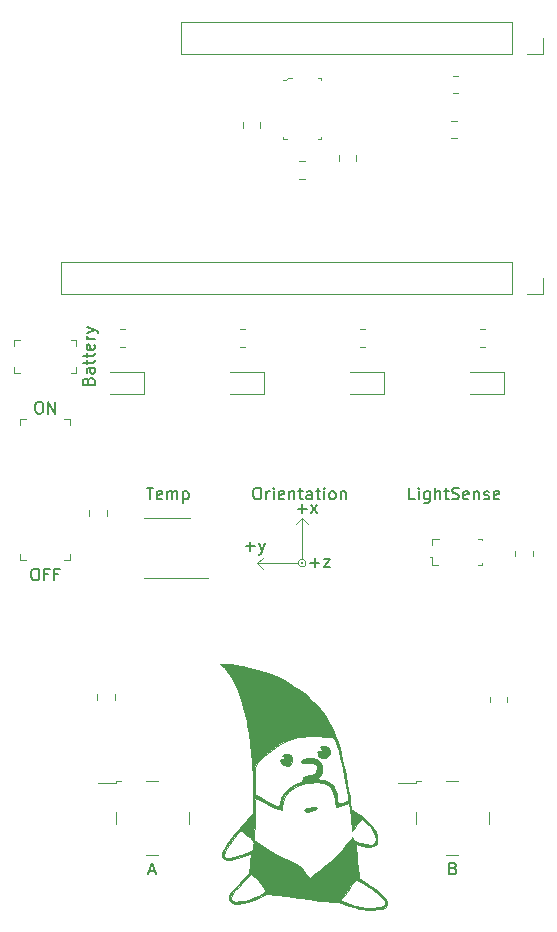
<source format=gto>
%TF.GenerationSoftware,KiCad,Pcbnew,(5.1.10-1-10_14)*%
%TF.CreationDate,2022-01-15T12:32:23+01:00*%
%TF.ProjectId,burrboard,62757272-626f-4617-9264-2e6b69636164,v2.0*%
%TF.SameCoordinates,Original*%
%TF.FileFunction,Legend,Top*%
%TF.FilePolarity,Positive*%
%FSLAX46Y46*%
G04 Gerber Fmt 4.6, Leading zero omitted, Abs format (unit mm)*
G04 Created by KiCad (PCBNEW (5.1.10-1-10_14)) date 2022-01-15 12:32:23*
%MOMM*%
%LPD*%
G01*
G04 APERTURE LIST*
%ADD10C,0.150000*%
%ADD11C,0.120000*%
%ADD12C,0.010000*%
%ADD13C,0.100000*%
G04 APERTURE END LIST*
D10*
X153087485Y-123159828D02*
X153849390Y-123159828D01*
X153468438Y-123540780D02*
X153468438Y-122778876D01*
X154230342Y-122874114D02*
X154754152Y-122874114D01*
X154230342Y-123540780D01*
X154754152Y-123540780D01*
X152020685Y-118587828D02*
X152782590Y-118587828D01*
X152401638Y-118968780D02*
X152401638Y-118206876D01*
X153163542Y-118968780D02*
X153687352Y-118302114D01*
X153163542Y-118302114D02*
X153687352Y-118968780D01*
X147624895Y-121788228D02*
X148386800Y-121788228D01*
X148005847Y-122169180D02*
X148005847Y-121407276D01*
X148767752Y-121502514D02*
X149005847Y-122169180D01*
X149243942Y-121502514D02*
X149005847Y-122169180D01*
X148910609Y-122407276D01*
X148862990Y-122454895D01*
X148767752Y-122502514D01*
D11*
X148590000Y-123190000D02*
X149047200Y-123698000D01*
X148590000Y-123190000D02*
X149047200Y-122732800D01*
X152400000Y-119380000D02*
X151892000Y-119888000D01*
X152400000Y-119380000D02*
X152908000Y-119888000D01*
X152471842Y-123190000D02*
G75*
G03*
X152471842Y-123190000I-71842J0D01*
G01*
X152725279Y-123190000D02*
G75*
G03*
X152725279Y-123190000I-325279J0D01*
G01*
X152019000Y-123190000D02*
X148590000Y-123190000D01*
X152400000Y-119380000D02*
X152400000Y-122809000D01*
D10*
X148506323Y-116800380D02*
X148696800Y-116800380D01*
X148792038Y-116848000D01*
X148887276Y-116943238D01*
X148934895Y-117133714D01*
X148934895Y-117467047D01*
X148887276Y-117657523D01*
X148792038Y-117752761D01*
X148696800Y-117800380D01*
X148506323Y-117800380D01*
X148411085Y-117752761D01*
X148315847Y-117657523D01*
X148268228Y-117467047D01*
X148268228Y-117133714D01*
X148315847Y-116943238D01*
X148411085Y-116848000D01*
X148506323Y-116800380D01*
X149363466Y-117800380D02*
X149363466Y-117133714D01*
X149363466Y-117324190D02*
X149411085Y-117228952D01*
X149458704Y-117181333D01*
X149553942Y-117133714D01*
X149649180Y-117133714D01*
X149982514Y-117800380D02*
X149982514Y-117133714D01*
X149982514Y-116800380D02*
X149934895Y-116848000D01*
X149982514Y-116895619D01*
X150030133Y-116848000D01*
X149982514Y-116800380D01*
X149982514Y-116895619D01*
X150839657Y-117752761D02*
X150744419Y-117800380D01*
X150553942Y-117800380D01*
X150458704Y-117752761D01*
X150411085Y-117657523D01*
X150411085Y-117276571D01*
X150458704Y-117181333D01*
X150553942Y-117133714D01*
X150744419Y-117133714D01*
X150839657Y-117181333D01*
X150887276Y-117276571D01*
X150887276Y-117371809D01*
X150411085Y-117467047D01*
X151315847Y-117133714D02*
X151315847Y-117800380D01*
X151315847Y-117228952D02*
X151363466Y-117181333D01*
X151458704Y-117133714D01*
X151601561Y-117133714D01*
X151696800Y-117181333D01*
X151744419Y-117276571D01*
X151744419Y-117800380D01*
X152077752Y-117133714D02*
X152458704Y-117133714D01*
X152220609Y-116800380D02*
X152220609Y-117657523D01*
X152268228Y-117752761D01*
X152363466Y-117800380D01*
X152458704Y-117800380D01*
X153220609Y-117800380D02*
X153220609Y-117276571D01*
X153172990Y-117181333D01*
X153077752Y-117133714D01*
X152887276Y-117133714D01*
X152792038Y-117181333D01*
X153220609Y-117752761D02*
X153125371Y-117800380D01*
X152887276Y-117800380D01*
X152792038Y-117752761D01*
X152744419Y-117657523D01*
X152744419Y-117562285D01*
X152792038Y-117467047D01*
X152887276Y-117419428D01*
X153125371Y-117419428D01*
X153220609Y-117371809D01*
X153553942Y-117133714D02*
X153934895Y-117133714D01*
X153696800Y-116800380D02*
X153696800Y-117657523D01*
X153744419Y-117752761D01*
X153839657Y-117800380D01*
X153934895Y-117800380D01*
X154268228Y-117800380D02*
X154268228Y-117133714D01*
X154268228Y-116800380D02*
X154220609Y-116848000D01*
X154268228Y-116895619D01*
X154315847Y-116848000D01*
X154268228Y-116800380D01*
X154268228Y-116895619D01*
X154887276Y-117800380D02*
X154792038Y-117752761D01*
X154744419Y-117705142D01*
X154696800Y-117609904D01*
X154696800Y-117324190D01*
X154744419Y-117228952D01*
X154792038Y-117181333D01*
X154887276Y-117133714D01*
X155030133Y-117133714D01*
X155125371Y-117181333D01*
X155172990Y-117228952D01*
X155220609Y-117324190D01*
X155220609Y-117609904D01*
X155172990Y-117705142D01*
X155125371Y-117752761D01*
X155030133Y-117800380D01*
X154887276Y-117800380D01*
X155649180Y-117133714D02*
X155649180Y-117800380D01*
X155649180Y-117228952D02*
X155696800Y-117181333D01*
X155792038Y-117133714D01*
X155934895Y-117133714D01*
X156030133Y-117181333D01*
X156077752Y-117276571D01*
X156077752Y-117800380D01*
X129705219Y-123658380D02*
X129895695Y-123658380D01*
X129990933Y-123706000D01*
X130086171Y-123801238D01*
X130133790Y-123991714D01*
X130133790Y-124325047D01*
X130086171Y-124515523D01*
X129990933Y-124610761D01*
X129895695Y-124658380D01*
X129705219Y-124658380D01*
X129609980Y-124610761D01*
X129514742Y-124515523D01*
X129467123Y-124325047D01*
X129467123Y-123991714D01*
X129514742Y-123801238D01*
X129609980Y-123706000D01*
X129705219Y-123658380D01*
X130895695Y-124134571D02*
X130562361Y-124134571D01*
X130562361Y-124658380D02*
X130562361Y-123658380D01*
X131038552Y-123658380D01*
X131752838Y-124134571D02*
X131419504Y-124134571D01*
X131419504Y-124658380D02*
X131419504Y-123658380D01*
X131895695Y-123658380D01*
X130038552Y-109535980D02*
X130229028Y-109535980D01*
X130324266Y-109583600D01*
X130419504Y-109678838D01*
X130467123Y-109869314D01*
X130467123Y-110202647D01*
X130419504Y-110393123D01*
X130324266Y-110488361D01*
X130229028Y-110535980D01*
X130038552Y-110535980D01*
X129943314Y-110488361D01*
X129848076Y-110393123D01*
X129800457Y-110202647D01*
X129800457Y-109869314D01*
X129848076Y-109678838D01*
X129943314Y-109583600D01*
X130038552Y-109535980D01*
X130895695Y-110535980D02*
X130895695Y-109535980D01*
X131467123Y-110535980D01*
X131467123Y-109535980D01*
X134294571Y-107786228D02*
X134342190Y-107643371D01*
X134389809Y-107595752D01*
X134485047Y-107548133D01*
X134627904Y-107548133D01*
X134723142Y-107595752D01*
X134770761Y-107643371D01*
X134818380Y-107738609D01*
X134818380Y-108119561D01*
X133818380Y-108119561D01*
X133818380Y-107786228D01*
X133866000Y-107690990D01*
X133913619Y-107643371D01*
X134008857Y-107595752D01*
X134104095Y-107595752D01*
X134199333Y-107643371D01*
X134246952Y-107690990D01*
X134294571Y-107786228D01*
X134294571Y-108119561D01*
X134818380Y-106690990D02*
X134294571Y-106690990D01*
X134199333Y-106738609D01*
X134151714Y-106833847D01*
X134151714Y-107024323D01*
X134199333Y-107119561D01*
X134770761Y-106690990D02*
X134818380Y-106786228D01*
X134818380Y-107024323D01*
X134770761Y-107119561D01*
X134675523Y-107167180D01*
X134580285Y-107167180D01*
X134485047Y-107119561D01*
X134437428Y-107024323D01*
X134437428Y-106786228D01*
X134389809Y-106690990D01*
X134151714Y-106357657D02*
X134151714Y-105976704D01*
X133818380Y-106214800D02*
X134675523Y-106214800D01*
X134770761Y-106167180D01*
X134818380Y-106071942D01*
X134818380Y-105976704D01*
X134151714Y-105786228D02*
X134151714Y-105405276D01*
X133818380Y-105643371D02*
X134675523Y-105643371D01*
X134770761Y-105595752D01*
X134818380Y-105500514D01*
X134818380Y-105405276D01*
X134770761Y-104690990D02*
X134818380Y-104786228D01*
X134818380Y-104976704D01*
X134770761Y-105071942D01*
X134675523Y-105119561D01*
X134294571Y-105119561D01*
X134199333Y-105071942D01*
X134151714Y-104976704D01*
X134151714Y-104786228D01*
X134199333Y-104690990D01*
X134294571Y-104643371D01*
X134389809Y-104643371D01*
X134485047Y-105119561D01*
X134818380Y-104214800D02*
X134151714Y-104214800D01*
X134342190Y-104214800D02*
X134246952Y-104167180D01*
X134199333Y-104119561D01*
X134151714Y-104024323D01*
X134151714Y-103929085D01*
X134151714Y-103690990D02*
X134818380Y-103452895D01*
X134151714Y-103214800D02*
X134818380Y-103452895D01*
X135056476Y-103548133D01*
X135104095Y-103595752D01*
X135151714Y-103690990D01*
X165191748Y-149026571D02*
X165334605Y-149074190D01*
X165382224Y-149121809D01*
X165429843Y-149217047D01*
X165429843Y-149359904D01*
X165382224Y-149455142D01*
X165334605Y-149502761D01*
X165239367Y-149550380D01*
X164858415Y-149550380D01*
X164858415Y-148550380D01*
X165191748Y-148550380D01*
X165286986Y-148598000D01*
X165334605Y-148645619D01*
X165382224Y-148740857D01*
X165382224Y-148836095D01*
X165334605Y-148931333D01*
X165286986Y-148978952D01*
X165191748Y-149026571D01*
X164858415Y-149026571D01*
X139446664Y-149264666D02*
X139922855Y-149264666D01*
X139351426Y-149550380D02*
X139684760Y-148550380D01*
X140018093Y-149550380D01*
X161942876Y-117800380D02*
X161466685Y-117800380D01*
X161466685Y-116800380D01*
X162276209Y-117800380D02*
X162276209Y-117133714D01*
X162276209Y-116800380D02*
X162228590Y-116848000D01*
X162276209Y-116895619D01*
X162323828Y-116848000D01*
X162276209Y-116800380D01*
X162276209Y-116895619D01*
X163180971Y-117133714D02*
X163180971Y-117943238D01*
X163133352Y-118038476D01*
X163085733Y-118086095D01*
X162990495Y-118133714D01*
X162847638Y-118133714D01*
X162752400Y-118086095D01*
X163180971Y-117752761D02*
X163085733Y-117800380D01*
X162895257Y-117800380D01*
X162800019Y-117752761D01*
X162752400Y-117705142D01*
X162704780Y-117609904D01*
X162704780Y-117324190D01*
X162752400Y-117228952D01*
X162800019Y-117181333D01*
X162895257Y-117133714D01*
X163085733Y-117133714D01*
X163180971Y-117181333D01*
X163657161Y-117800380D02*
X163657161Y-116800380D01*
X164085733Y-117800380D02*
X164085733Y-117276571D01*
X164038114Y-117181333D01*
X163942876Y-117133714D01*
X163800019Y-117133714D01*
X163704780Y-117181333D01*
X163657161Y-117228952D01*
X164419066Y-117133714D02*
X164800019Y-117133714D01*
X164561923Y-116800380D02*
X164561923Y-117657523D01*
X164609542Y-117752761D01*
X164704780Y-117800380D01*
X164800019Y-117800380D01*
X165085733Y-117752761D02*
X165228590Y-117800380D01*
X165466685Y-117800380D01*
X165561923Y-117752761D01*
X165609542Y-117705142D01*
X165657161Y-117609904D01*
X165657161Y-117514666D01*
X165609542Y-117419428D01*
X165561923Y-117371809D01*
X165466685Y-117324190D01*
X165276209Y-117276571D01*
X165180971Y-117228952D01*
X165133352Y-117181333D01*
X165085733Y-117086095D01*
X165085733Y-116990857D01*
X165133352Y-116895619D01*
X165180971Y-116848000D01*
X165276209Y-116800380D01*
X165514304Y-116800380D01*
X165657161Y-116848000D01*
X166466685Y-117752761D02*
X166371447Y-117800380D01*
X166180971Y-117800380D01*
X166085733Y-117752761D01*
X166038114Y-117657523D01*
X166038114Y-117276571D01*
X166085733Y-117181333D01*
X166180971Y-117133714D01*
X166371447Y-117133714D01*
X166466685Y-117181333D01*
X166514304Y-117276571D01*
X166514304Y-117371809D01*
X166038114Y-117467047D01*
X166942876Y-117133714D02*
X166942876Y-117800380D01*
X166942876Y-117228952D02*
X166990495Y-117181333D01*
X167085733Y-117133714D01*
X167228590Y-117133714D01*
X167323828Y-117181333D01*
X167371447Y-117276571D01*
X167371447Y-117800380D01*
X167800019Y-117752761D02*
X167895257Y-117800380D01*
X168085733Y-117800380D01*
X168180971Y-117752761D01*
X168228590Y-117657523D01*
X168228590Y-117609904D01*
X168180971Y-117514666D01*
X168085733Y-117467047D01*
X167942876Y-117467047D01*
X167847638Y-117419428D01*
X167800019Y-117324190D01*
X167800019Y-117276571D01*
X167847638Y-117181333D01*
X167942876Y-117133714D01*
X168085733Y-117133714D01*
X168180971Y-117181333D01*
X169038114Y-117752761D02*
X168942876Y-117800380D01*
X168752400Y-117800380D01*
X168657161Y-117752761D01*
X168609542Y-117657523D01*
X168609542Y-117276571D01*
X168657161Y-117181333D01*
X168752400Y-117133714D01*
X168942876Y-117133714D01*
X169038114Y-117181333D01*
X169085733Y-117276571D01*
X169085733Y-117371809D01*
X168609542Y-117467047D01*
X139223026Y-116800380D02*
X139794455Y-116800380D01*
X139508740Y-117800380D02*
X139508740Y-116800380D01*
X140508740Y-117752761D02*
X140413502Y-117800380D01*
X140223026Y-117800380D01*
X140127788Y-117752761D01*
X140080169Y-117657523D01*
X140080169Y-117276571D01*
X140127788Y-117181333D01*
X140223026Y-117133714D01*
X140413502Y-117133714D01*
X140508740Y-117181333D01*
X140556360Y-117276571D01*
X140556360Y-117371809D01*
X140080169Y-117467047D01*
X140984931Y-117800380D02*
X140984931Y-117133714D01*
X140984931Y-117228952D02*
X141032550Y-117181333D01*
X141127788Y-117133714D01*
X141270645Y-117133714D01*
X141365883Y-117181333D01*
X141413502Y-117276571D01*
X141413502Y-117800380D01*
X141413502Y-117276571D02*
X141461121Y-117181333D01*
X141556360Y-117133714D01*
X141699217Y-117133714D01*
X141794455Y-117181333D01*
X141842074Y-117276571D01*
X141842074Y-117800380D01*
X142318264Y-117133714D02*
X142318264Y-118133714D01*
X142318264Y-117181333D02*
X142413502Y-117133714D01*
X142603979Y-117133714D01*
X142699217Y-117181333D01*
X142746836Y-117228952D01*
X142794455Y-117324190D01*
X142794455Y-117609904D01*
X142746836Y-117705142D01*
X142699217Y-117752761D01*
X142603979Y-117800380D01*
X142413502Y-117800380D01*
X142318264Y-117752761D01*
D12*
%TO.C,G\u002A\u002A\u002A*%
G36*
X145743919Y-131712366D02*
G01*
X146047821Y-131738942D01*
X146410502Y-131778587D01*
X146795742Y-131827241D01*
X147167320Y-131880842D01*
X147489017Y-131935331D01*
X147574000Y-131951981D01*
X148656785Y-132226745D01*
X149727224Y-132598915D01*
X150743507Y-133050577D01*
X151663825Y-133563814D01*
X152216926Y-133941412D01*
X152681803Y-134318638D01*
X153168610Y-134764637D01*
X153636123Y-135237817D01*
X154043117Y-135696589D01*
X154332290Y-136075502D01*
X154616203Y-136543272D01*
X154910320Y-137114383D01*
X155185930Y-137727378D01*
X155414319Y-138320798D01*
X155491578Y-138557000D01*
X155577194Y-138871338D01*
X155684991Y-139319241D01*
X155808110Y-139867447D01*
X155939694Y-140482699D01*
X156072884Y-141131734D01*
X156200820Y-141781294D01*
X156316644Y-142398117D01*
X156413498Y-142948945D01*
X156470026Y-143301823D01*
X156572552Y-143982645D01*
X157038192Y-144317823D01*
X157449621Y-144639361D01*
X157846324Y-144994739D01*
X158195672Y-145350980D01*
X158465038Y-145675109D01*
X158608934Y-145905317D01*
X158744064Y-146297856D01*
X158773114Y-146656561D01*
X158696701Y-146943982D01*
X158589666Y-147075738D01*
X158407170Y-147183760D01*
X158183320Y-147225755D01*
X157879262Y-147203180D01*
X157458833Y-147118126D01*
X156972000Y-147003564D01*
X156978917Y-147309949D01*
X156988991Y-147510370D01*
X157011490Y-147835976D01*
X157043186Y-148243342D01*
X157080850Y-148689043D01*
X157084750Y-148733249D01*
X157183666Y-149850164D01*
X158084746Y-150444840D01*
X158703769Y-150883353D01*
X159161598Y-151275321D01*
X159458007Y-151620410D01*
X159592771Y-151918283D01*
X159565666Y-152168605D01*
X159376467Y-152371038D01*
X159374265Y-152372486D01*
X159144375Y-152459282D01*
X158792859Y-152516907D01*
X158365159Y-152543791D01*
X157906717Y-152538367D01*
X157462976Y-152499063D01*
X157175895Y-152448407D01*
X156807433Y-152349503D01*
X156391330Y-152215491D01*
X156110918Y-152111717D01*
X155766994Y-151996404D01*
X155422520Y-151916564D01*
X155187357Y-151891264D01*
X154881425Y-151877127D01*
X154415940Y-151836169D01*
X153798403Y-151769258D01*
X153389961Y-151719951D01*
X155596958Y-151719951D01*
X155992812Y-151889634D01*
X156410850Y-152048117D01*
X156894681Y-152200981D01*
X157350565Y-152319444D01*
X157480000Y-152346290D01*
X157735645Y-152372913D01*
X158070639Y-152378880D01*
X158438073Y-152367023D01*
X158791042Y-152340170D01*
X159082640Y-152301152D01*
X159265958Y-152252800D01*
X159292801Y-152236918D01*
X159408488Y-152052413D01*
X159369391Y-151817900D01*
X159174437Y-151532047D01*
X158822550Y-151193522D01*
X158312658Y-150800993D01*
X157915427Y-150529077D01*
X157525234Y-150277467D01*
X157249493Y-150116104D01*
X157066599Y-150034427D01*
X156954946Y-150021877D01*
X156916055Y-150040630D01*
X156816327Y-150153878D01*
X156655996Y-150367694D01*
X156466118Y-150640265D01*
X156424297Y-150702710D01*
X156212503Y-151006856D01*
X156003022Y-151283881D01*
X155837422Y-151479103D01*
X155822313Y-151494596D01*
X155596958Y-151719951D01*
X153389961Y-151719951D01*
X153036315Y-151677259D01*
X152137179Y-151561037D01*
X151108495Y-151421458D01*
X151070198Y-151416155D01*
X149444063Y-151190836D01*
X148823975Y-151497227D01*
X148338527Y-151707097D01*
X147832513Y-151874438D01*
X147350125Y-151988368D01*
X146935551Y-152038001D01*
X146683788Y-152024359D01*
X146394198Y-151908295D01*
X146221012Y-151708831D01*
X146201468Y-151566681D01*
X146349523Y-151566681D01*
X146405656Y-151753661D01*
X146544042Y-151838541D01*
X146771520Y-151859677D01*
X147104233Y-151837607D01*
X147485845Y-151779806D01*
X147860020Y-151693746D01*
X148029564Y-151641476D01*
X148392854Y-151503517D01*
X148734576Y-151351202D01*
X149014041Y-151204772D01*
X149190559Y-151084467D01*
X149223672Y-151047481D01*
X149227965Y-150890151D01*
X149119420Y-150650188D01*
X148914496Y-150354305D01*
X148629653Y-150029212D01*
X148541246Y-149939962D01*
X148072831Y-149479000D01*
X147314462Y-150283334D01*
X147016591Y-150606391D01*
X146752776Y-150905665D01*
X146550123Y-151149510D01*
X146435739Y-151306281D01*
X146430645Y-151315137D01*
X146349523Y-151566681D01*
X146201468Y-151566681D01*
X146186455Y-151457490D01*
X146213420Y-151357218D01*
X146300462Y-151216074D01*
X146480658Y-150982662D01*
X146729691Y-150686674D01*
X147023246Y-150357802D01*
X147099203Y-150275580D01*
X147901732Y-149412914D01*
X147952551Y-148853291D01*
X147984939Y-148523331D01*
X148017955Y-148229167D01*
X148040568Y-148060834D01*
X148051141Y-147893029D01*
X148025140Y-147828000D01*
X147926872Y-147852303D01*
X147705025Y-147917711D01*
X147397054Y-148012973D01*
X147179577Y-148082000D01*
X146661383Y-148234988D01*
X146273584Y-148315932D01*
X145993713Y-148325632D01*
X145799299Y-148264887D01*
X145668702Y-148135762D01*
X145599314Y-147984694D01*
X145597858Y-147871000D01*
X145767875Y-147871000D01*
X145793252Y-148054182D01*
X145948918Y-148146785D01*
X146238478Y-148149537D01*
X146665537Y-148063161D01*
X147233702Y-147888385D01*
X147265562Y-147877448D01*
X147618589Y-147751280D01*
X147911052Y-147638401D01*
X148106009Y-147553558D01*
X148165031Y-147518371D01*
X148214988Y-147395746D01*
X148262399Y-147173930D01*
X148275490Y-147082860D01*
X148292992Y-146902784D01*
X148275528Y-146769668D01*
X148199326Y-146645188D01*
X148175435Y-146621980D01*
X148341463Y-146621980D01*
X148829714Y-147005571D01*
X149575795Y-147514913D01*
X150472660Y-147991650D01*
X151045333Y-148245367D01*
X151771824Y-148607785D01*
X152350616Y-149029183D01*
X152758631Y-149481727D01*
X153023079Y-149856901D01*
X153325372Y-149632375D01*
X153551658Y-149457953D01*
X153839742Y-149227440D01*
X154091880Y-149020091D01*
X154727489Y-148464628D01*
X155317770Y-147901510D01*
X155830031Y-147363385D01*
X156230628Y-146884155D01*
X156444342Y-146606673D01*
X156578319Y-146449166D01*
X156654294Y-146396046D01*
X156694004Y-146431727D01*
X156718097Y-146534574D01*
X156759098Y-146666296D01*
X156850672Y-146757717D01*
X157032458Y-146834085D01*
X157310763Y-146912057D01*
X157770088Y-147017467D01*
X158100359Y-147057112D01*
X158329017Y-147029904D01*
X158483504Y-146934754D01*
X158540244Y-146863299D01*
X158618032Y-146596903D01*
X158565858Y-146260682D01*
X158394205Y-145879411D01*
X158113556Y-145477865D01*
X157820012Y-145161000D01*
X157468788Y-144822334D01*
X157241560Y-145082353D01*
X157039952Y-145324699D01*
X156851956Y-145568213D01*
X156836619Y-145589340D01*
X156658905Y-145836307D01*
X156508981Y-144685187D01*
X156359058Y-143534067D01*
X155853292Y-143691479D01*
X155578660Y-143767542D01*
X155369235Y-143808218D01*
X155279389Y-143806780D01*
X155237739Y-143707413D01*
X155192639Y-143485966D01*
X155153489Y-143189203D01*
X155151673Y-143171398D01*
X155047741Y-142637202D01*
X154851446Y-142230736D01*
X154555452Y-141948019D01*
X154152423Y-141785072D01*
X153635026Y-141737913D01*
X152995925Y-141802563D01*
X152724800Y-141854521D01*
X152196771Y-141993984D01*
X151783563Y-142173645D01*
X151431297Y-142419082D01*
X151313080Y-142524646D01*
X150972833Y-142933560D01*
X150765180Y-143382235D01*
X150706666Y-143767354D01*
X150706666Y-144116121D01*
X150431500Y-144056629D01*
X150066394Y-143934104D01*
X149595540Y-143704908D01*
X149036917Y-143377976D01*
X148929807Y-143310316D01*
X148691829Y-143161511D01*
X148520649Y-143060328D01*
X148454704Y-143029082D01*
X148449254Y-143114278D01*
X148440016Y-143343815D01*
X148427845Y-143692768D01*
X148413597Y-144136207D01*
X148398127Y-144649205D01*
X148392795Y-144833157D01*
X148341463Y-146621980D01*
X148175435Y-146621980D01*
X148040616Y-146491018D01*
X147775626Y-146268836D01*
X147765307Y-146260324D01*
X147504573Y-146057780D01*
X147289042Y-145913395D01*
X147153429Y-145849552D01*
X147130298Y-145850922D01*
X147032220Y-145950023D01*
X146865794Y-146155489D01*
X146656173Y-146432505D01*
X146428508Y-146746259D01*
X146207950Y-147061936D01*
X146019652Y-147344721D01*
X145888766Y-147559800D01*
X145869180Y-147596516D01*
X145767875Y-147871000D01*
X145597858Y-147871000D01*
X145597156Y-147816239D01*
X145672067Y-147600923D01*
X145833884Y-147309277D01*
X146062325Y-146956623D01*
X146548701Y-146285102D01*
X147128349Y-145587041D01*
X147731601Y-144930428D01*
X148274747Y-144361190D01*
X148227733Y-142051762D01*
X148198574Y-140993729D01*
X148171538Y-140419667D01*
X148375439Y-140419667D01*
X148404548Y-141580346D01*
X148433656Y-142741025D01*
X148992855Y-143094191D01*
X149335633Y-143300672D01*
X149692692Y-143499979D01*
X149981194Y-143646271D01*
X150410333Y-143845184D01*
X150502475Y-143487092D01*
X150596632Y-143187652D01*
X150711144Y-142906658D01*
X150733088Y-142862331D01*
X150964039Y-142546506D01*
X151306538Y-142234239D01*
X151707464Y-141968571D01*
X152010589Y-141827263D01*
X152270100Y-141715430D01*
X152401052Y-141610371D01*
X152440093Y-141481720D01*
X152440329Y-141471192D01*
X152506769Y-141303169D01*
X152709822Y-141197967D01*
X153061249Y-141149932D01*
X153112999Y-141147773D01*
X153413756Y-141067631D01*
X153606225Y-140864988D01*
X153670000Y-140578857D01*
X153625752Y-140347295D01*
X153479883Y-140203947D01*
X153212701Y-140138348D01*
X152840056Y-140137830D01*
X152561110Y-140145676D01*
X152409176Y-140121257D01*
X152343447Y-140054914D01*
X152332793Y-140017747D01*
X152379420Y-139875263D01*
X152565804Y-139772821D01*
X152865297Y-139719112D01*
X153239845Y-139721893D01*
X153647480Y-139810775D01*
X153922149Y-140003423D01*
X154067114Y-140303021D01*
X154093333Y-140555593D01*
X154060351Y-140840094D01*
X153975739Y-141107935D01*
X153860995Y-141309287D01*
X153737618Y-141394321D01*
X153731325Y-141394630D01*
X153691884Y-141425570D01*
X153754666Y-141478000D01*
X153928560Y-141537829D01*
X154144312Y-141561370D01*
X154461497Y-141635274D01*
X154784767Y-141829069D01*
X155057744Y-142105259D01*
X155133994Y-142219598D01*
X155231375Y-142459715D01*
X155310009Y-142782991D01*
X155341049Y-143004882D01*
X155373374Y-143279329D01*
X155410546Y-143476152D01*
X155438810Y-143545043D01*
X155555969Y-143544093D01*
X155757859Y-143490943D01*
X155986160Y-143407579D01*
X156182553Y-143315989D01*
X156288717Y-143238159D01*
X156294347Y-143222499D01*
X156278896Y-143111246D01*
X156236589Y-142864200D01*
X156173157Y-142511738D01*
X156094329Y-142084237D01*
X156005836Y-141612073D01*
X155913408Y-141125623D01*
X155822776Y-140655262D01*
X155739668Y-140231367D01*
X155669815Y-139884315D01*
X155621887Y-139657667D01*
X155493461Y-139126567D01*
X155361449Y-138666420D01*
X155234298Y-138301679D01*
X155120453Y-138056799D01*
X155034948Y-137958482D01*
X154902121Y-137933755D01*
X154636399Y-137907313D01*
X154274158Y-137882062D01*
X153851774Y-137860905D01*
X153774379Y-137857839D01*
X153227718Y-137843908D01*
X152801487Y-137851335D01*
X152447802Y-137882931D01*
X152118778Y-137941510D01*
X152038712Y-137959766D01*
X151295142Y-138197432D01*
X150544523Y-138549751D01*
X149830399Y-138989730D01*
X149196313Y-139490379D01*
X148685809Y-140024706D01*
X148664834Y-140051153D01*
X148375439Y-140419667D01*
X148171538Y-140419667D01*
X148154925Y-140066937D01*
X148093135Y-139233639D01*
X148009552Y-138456091D01*
X147900527Y-137696546D01*
X147762407Y-136917259D01*
X147700853Y-136604725D01*
X147488581Y-135699136D01*
X147227856Y-134828717D01*
X146929330Y-134018991D01*
X146603656Y-133295481D01*
X146261489Y-132683707D01*
X145913480Y-132209193D01*
X145826729Y-132114915D01*
X145634933Y-131914620D01*
X145501386Y-131769516D01*
X145457333Y-131714667D01*
X145535016Y-131702921D01*
X145743919Y-131712366D01*
G37*
X145743919Y-131712366D02*
X146047821Y-131738942D01*
X146410502Y-131778587D01*
X146795742Y-131827241D01*
X147167320Y-131880842D01*
X147489017Y-131935331D01*
X147574000Y-131951981D01*
X148656785Y-132226745D01*
X149727224Y-132598915D01*
X150743507Y-133050577D01*
X151663825Y-133563814D01*
X152216926Y-133941412D01*
X152681803Y-134318638D01*
X153168610Y-134764637D01*
X153636123Y-135237817D01*
X154043117Y-135696589D01*
X154332290Y-136075502D01*
X154616203Y-136543272D01*
X154910320Y-137114383D01*
X155185930Y-137727378D01*
X155414319Y-138320798D01*
X155491578Y-138557000D01*
X155577194Y-138871338D01*
X155684991Y-139319241D01*
X155808110Y-139867447D01*
X155939694Y-140482699D01*
X156072884Y-141131734D01*
X156200820Y-141781294D01*
X156316644Y-142398117D01*
X156413498Y-142948945D01*
X156470026Y-143301823D01*
X156572552Y-143982645D01*
X157038192Y-144317823D01*
X157449621Y-144639361D01*
X157846324Y-144994739D01*
X158195672Y-145350980D01*
X158465038Y-145675109D01*
X158608934Y-145905317D01*
X158744064Y-146297856D01*
X158773114Y-146656561D01*
X158696701Y-146943982D01*
X158589666Y-147075738D01*
X158407170Y-147183760D01*
X158183320Y-147225755D01*
X157879262Y-147203180D01*
X157458833Y-147118126D01*
X156972000Y-147003564D01*
X156978917Y-147309949D01*
X156988991Y-147510370D01*
X157011490Y-147835976D01*
X157043186Y-148243342D01*
X157080850Y-148689043D01*
X157084750Y-148733249D01*
X157183666Y-149850164D01*
X158084746Y-150444840D01*
X158703769Y-150883353D01*
X159161598Y-151275321D01*
X159458007Y-151620410D01*
X159592771Y-151918283D01*
X159565666Y-152168605D01*
X159376467Y-152371038D01*
X159374265Y-152372486D01*
X159144375Y-152459282D01*
X158792859Y-152516907D01*
X158365159Y-152543791D01*
X157906717Y-152538367D01*
X157462976Y-152499063D01*
X157175895Y-152448407D01*
X156807433Y-152349503D01*
X156391330Y-152215491D01*
X156110918Y-152111717D01*
X155766994Y-151996404D01*
X155422520Y-151916564D01*
X155187357Y-151891264D01*
X154881425Y-151877127D01*
X154415940Y-151836169D01*
X153798403Y-151769258D01*
X153389961Y-151719951D01*
X155596958Y-151719951D01*
X155992812Y-151889634D01*
X156410850Y-152048117D01*
X156894681Y-152200981D01*
X157350565Y-152319444D01*
X157480000Y-152346290D01*
X157735645Y-152372913D01*
X158070639Y-152378880D01*
X158438073Y-152367023D01*
X158791042Y-152340170D01*
X159082640Y-152301152D01*
X159265958Y-152252800D01*
X159292801Y-152236918D01*
X159408488Y-152052413D01*
X159369391Y-151817900D01*
X159174437Y-151532047D01*
X158822550Y-151193522D01*
X158312658Y-150800993D01*
X157915427Y-150529077D01*
X157525234Y-150277467D01*
X157249493Y-150116104D01*
X157066599Y-150034427D01*
X156954946Y-150021877D01*
X156916055Y-150040630D01*
X156816327Y-150153878D01*
X156655996Y-150367694D01*
X156466118Y-150640265D01*
X156424297Y-150702710D01*
X156212503Y-151006856D01*
X156003022Y-151283881D01*
X155837422Y-151479103D01*
X155822313Y-151494596D01*
X155596958Y-151719951D01*
X153389961Y-151719951D01*
X153036315Y-151677259D01*
X152137179Y-151561037D01*
X151108495Y-151421458D01*
X151070198Y-151416155D01*
X149444063Y-151190836D01*
X148823975Y-151497227D01*
X148338527Y-151707097D01*
X147832513Y-151874438D01*
X147350125Y-151988368D01*
X146935551Y-152038001D01*
X146683788Y-152024359D01*
X146394198Y-151908295D01*
X146221012Y-151708831D01*
X146201468Y-151566681D01*
X146349523Y-151566681D01*
X146405656Y-151753661D01*
X146544042Y-151838541D01*
X146771520Y-151859677D01*
X147104233Y-151837607D01*
X147485845Y-151779806D01*
X147860020Y-151693746D01*
X148029564Y-151641476D01*
X148392854Y-151503517D01*
X148734576Y-151351202D01*
X149014041Y-151204772D01*
X149190559Y-151084467D01*
X149223672Y-151047481D01*
X149227965Y-150890151D01*
X149119420Y-150650188D01*
X148914496Y-150354305D01*
X148629653Y-150029212D01*
X148541246Y-149939962D01*
X148072831Y-149479000D01*
X147314462Y-150283334D01*
X147016591Y-150606391D01*
X146752776Y-150905665D01*
X146550123Y-151149510D01*
X146435739Y-151306281D01*
X146430645Y-151315137D01*
X146349523Y-151566681D01*
X146201468Y-151566681D01*
X146186455Y-151457490D01*
X146213420Y-151357218D01*
X146300462Y-151216074D01*
X146480658Y-150982662D01*
X146729691Y-150686674D01*
X147023246Y-150357802D01*
X147099203Y-150275580D01*
X147901732Y-149412914D01*
X147952551Y-148853291D01*
X147984939Y-148523331D01*
X148017955Y-148229167D01*
X148040568Y-148060834D01*
X148051141Y-147893029D01*
X148025140Y-147828000D01*
X147926872Y-147852303D01*
X147705025Y-147917711D01*
X147397054Y-148012973D01*
X147179577Y-148082000D01*
X146661383Y-148234988D01*
X146273584Y-148315932D01*
X145993713Y-148325632D01*
X145799299Y-148264887D01*
X145668702Y-148135762D01*
X145599314Y-147984694D01*
X145597858Y-147871000D01*
X145767875Y-147871000D01*
X145793252Y-148054182D01*
X145948918Y-148146785D01*
X146238478Y-148149537D01*
X146665537Y-148063161D01*
X147233702Y-147888385D01*
X147265562Y-147877448D01*
X147618589Y-147751280D01*
X147911052Y-147638401D01*
X148106009Y-147553558D01*
X148165031Y-147518371D01*
X148214988Y-147395746D01*
X148262399Y-147173930D01*
X148275490Y-147082860D01*
X148292992Y-146902784D01*
X148275528Y-146769668D01*
X148199326Y-146645188D01*
X148175435Y-146621980D01*
X148341463Y-146621980D01*
X148829714Y-147005571D01*
X149575795Y-147514913D01*
X150472660Y-147991650D01*
X151045333Y-148245367D01*
X151771824Y-148607785D01*
X152350616Y-149029183D01*
X152758631Y-149481727D01*
X153023079Y-149856901D01*
X153325372Y-149632375D01*
X153551658Y-149457953D01*
X153839742Y-149227440D01*
X154091880Y-149020091D01*
X154727489Y-148464628D01*
X155317770Y-147901510D01*
X155830031Y-147363385D01*
X156230628Y-146884155D01*
X156444342Y-146606673D01*
X156578319Y-146449166D01*
X156654294Y-146396046D01*
X156694004Y-146431727D01*
X156718097Y-146534574D01*
X156759098Y-146666296D01*
X156850672Y-146757717D01*
X157032458Y-146834085D01*
X157310763Y-146912057D01*
X157770088Y-147017467D01*
X158100359Y-147057112D01*
X158329017Y-147029904D01*
X158483504Y-146934754D01*
X158540244Y-146863299D01*
X158618032Y-146596903D01*
X158565858Y-146260682D01*
X158394205Y-145879411D01*
X158113556Y-145477865D01*
X157820012Y-145161000D01*
X157468788Y-144822334D01*
X157241560Y-145082353D01*
X157039952Y-145324699D01*
X156851956Y-145568213D01*
X156836619Y-145589340D01*
X156658905Y-145836307D01*
X156508981Y-144685187D01*
X156359058Y-143534067D01*
X155853292Y-143691479D01*
X155578660Y-143767542D01*
X155369235Y-143808218D01*
X155279389Y-143806780D01*
X155237739Y-143707413D01*
X155192639Y-143485966D01*
X155153489Y-143189203D01*
X155151673Y-143171398D01*
X155047741Y-142637202D01*
X154851446Y-142230736D01*
X154555452Y-141948019D01*
X154152423Y-141785072D01*
X153635026Y-141737913D01*
X152995925Y-141802563D01*
X152724800Y-141854521D01*
X152196771Y-141993984D01*
X151783563Y-142173645D01*
X151431297Y-142419082D01*
X151313080Y-142524646D01*
X150972833Y-142933560D01*
X150765180Y-143382235D01*
X150706666Y-143767354D01*
X150706666Y-144116121D01*
X150431500Y-144056629D01*
X150066394Y-143934104D01*
X149595540Y-143704908D01*
X149036917Y-143377976D01*
X148929807Y-143310316D01*
X148691829Y-143161511D01*
X148520649Y-143060328D01*
X148454704Y-143029082D01*
X148449254Y-143114278D01*
X148440016Y-143343815D01*
X148427845Y-143692768D01*
X148413597Y-144136207D01*
X148398127Y-144649205D01*
X148392795Y-144833157D01*
X148341463Y-146621980D01*
X148175435Y-146621980D01*
X148040616Y-146491018D01*
X147775626Y-146268836D01*
X147765307Y-146260324D01*
X147504573Y-146057780D01*
X147289042Y-145913395D01*
X147153429Y-145849552D01*
X147130298Y-145850922D01*
X147032220Y-145950023D01*
X146865794Y-146155489D01*
X146656173Y-146432505D01*
X146428508Y-146746259D01*
X146207950Y-147061936D01*
X146019652Y-147344721D01*
X145888766Y-147559800D01*
X145869180Y-147596516D01*
X145767875Y-147871000D01*
X145597858Y-147871000D01*
X145597156Y-147816239D01*
X145672067Y-147600923D01*
X145833884Y-147309277D01*
X146062325Y-146956623D01*
X146548701Y-146285102D01*
X147128349Y-145587041D01*
X147731601Y-144930428D01*
X148274747Y-144361190D01*
X148227733Y-142051762D01*
X148198574Y-140993729D01*
X148171538Y-140419667D01*
X148375439Y-140419667D01*
X148404548Y-141580346D01*
X148433656Y-142741025D01*
X148992855Y-143094191D01*
X149335633Y-143300672D01*
X149692692Y-143499979D01*
X149981194Y-143646271D01*
X150410333Y-143845184D01*
X150502475Y-143487092D01*
X150596632Y-143187652D01*
X150711144Y-142906658D01*
X150733088Y-142862331D01*
X150964039Y-142546506D01*
X151306538Y-142234239D01*
X151707464Y-141968571D01*
X152010589Y-141827263D01*
X152270100Y-141715430D01*
X152401052Y-141610371D01*
X152440093Y-141481720D01*
X152440329Y-141471192D01*
X152506769Y-141303169D01*
X152709822Y-141197967D01*
X153061249Y-141149932D01*
X153112999Y-141147773D01*
X153413756Y-141067631D01*
X153606225Y-140864988D01*
X153670000Y-140578857D01*
X153625752Y-140347295D01*
X153479883Y-140203947D01*
X153212701Y-140138348D01*
X152840056Y-140137830D01*
X152561110Y-140145676D01*
X152409176Y-140121257D01*
X152343447Y-140054914D01*
X152332793Y-140017747D01*
X152379420Y-139875263D01*
X152565804Y-139772821D01*
X152865297Y-139719112D01*
X153239845Y-139721893D01*
X153647480Y-139810775D01*
X153922149Y-140003423D01*
X154067114Y-140303021D01*
X154093333Y-140555593D01*
X154060351Y-140840094D01*
X153975739Y-141107935D01*
X153860995Y-141309287D01*
X153737618Y-141394321D01*
X153731325Y-141394630D01*
X153691884Y-141425570D01*
X153754666Y-141478000D01*
X153928560Y-141537829D01*
X154144312Y-141561370D01*
X154461497Y-141635274D01*
X154784767Y-141829069D01*
X155057744Y-142105259D01*
X155133994Y-142219598D01*
X155231375Y-142459715D01*
X155310009Y-142782991D01*
X155341049Y-143004882D01*
X155373374Y-143279329D01*
X155410546Y-143476152D01*
X155438810Y-143545043D01*
X155555969Y-143544093D01*
X155757859Y-143490943D01*
X155986160Y-143407579D01*
X156182553Y-143315989D01*
X156288717Y-143238159D01*
X156294347Y-143222499D01*
X156278896Y-143111246D01*
X156236589Y-142864200D01*
X156173157Y-142511738D01*
X156094329Y-142084237D01*
X156005836Y-141612073D01*
X155913408Y-141125623D01*
X155822776Y-140655262D01*
X155739668Y-140231367D01*
X155669815Y-139884315D01*
X155621887Y-139657667D01*
X155493461Y-139126567D01*
X155361449Y-138666420D01*
X155234298Y-138301679D01*
X155120453Y-138056799D01*
X155034948Y-137958482D01*
X154902121Y-137933755D01*
X154636399Y-137907313D01*
X154274158Y-137882062D01*
X153851774Y-137860905D01*
X153774379Y-137857839D01*
X153227718Y-137843908D01*
X152801487Y-137851335D01*
X152447802Y-137882931D01*
X152118778Y-137941510D01*
X152038712Y-137959766D01*
X151295142Y-138197432D01*
X150544523Y-138549751D01*
X149830399Y-138989730D01*
X149196313Y-139490379D01*
X148685809Y-140024706D01*
X148664834Y-140051153D01*
X148375439Y-140419667D01*
X148171538Y-140419667D01*
X148154925Y-140066937D01*
X148093135Y-139233639D01*
X148009552Y-138456091D01*
X147900527Y-137696546D01*
X147762407Y-136917259D01*
X147700853Y-136604725D01*
X147488581Y-135699136D01*
X147227856Y-134828717D01*
X146929330Y-134018991D01*
X146603656Y-133295481D01*
X146261489Y-132683707D01*
X145913480Y-132209193D01*
X145826729Y-132114915D01*
X145634933Y-131914620D01*
X145501386Y-131769516D01*
X145457333Y-131714667D01*
X145535016Y-131702921D01*
X145743919Y-131712366D01*
G36*
X153596077Y-143841429D02*
G01*
X153669953Y-143941352D01*
X153670000Y-143944487D01*
X153594843Y-144034653D01*
X153406243Y-144123650D01*
X153159498Y-144196213D01*
X152909911Y-144237080D01*
X152712782Y-144230987D01*
X152675166Y-144219069D01*
X152571351Y-144116356D01*
X152599425Y-144001685D01*
X152738183Y-143935456D01*
X152775488Y-143933334D01*
X153019293Y-143902041D01*
X153198086Y-143851042D01*
X153419911Y-143807588D01*
X153596077Y-143841429D01*
G37*
X153596077Y-143841429D02*
X153669953Y-143941352D01*
X153670000Y-143944487D01*
X153594843Y-144034653D01*
X153406243Y-144123650D01*
X153159498Y-144196213D01*
X152909911Y-144237080D01*
X152712782Y-144230987D01*
X152675166Y-144219069D01*
X152571351Y-144116356D01*
X152599425Y-144001685D01*
X152738183Y-143935456D01*
X152775488Y-143933334D01*
X153019293Y-143902041D01*
X153198086Y-143851042D01*
X153419911Y-143807588D01*
X153596077Y-143841429D01*
G36*
X151194476Y-139355258D02*
G01*
X151407757Y-139439129D01*
X151444476Y-139470191D01*
X151561040Y-139689653D01*
X151554072Y-139942078D01*
X151444997Y-140174933D01*
X151255236Y-140335685D01*
X151074544Y-140377334D01*
X150866356Y-140318888D01*
X150706666Y-140208000D01*
X150580051Y-140026865D01*
X150537333Y-139877260D01*
X150578596Y-139759109D01*
X150706666Y-139760135D01*
X150845402Y-139754490D01*
X150876000Y-139667542D01*
X150824800Y-139548816D01*
X150774400Y-139530667D01*
X150717308Y-139502212D01*
X150768050Y-139435417D01*
X150952562Y-139352547D01*
X151194476Y-139355258D01*
G37*
X151194476Y-139355258D02*
X151407757Y-139439129D01*
X151444476Y-139470191D01*
X151561040Y-139689653D01*
X151554072Y-139942078D01*
X151444997Y-140174933D01*
X151255236Y-140335685D01*
X151074544Y-140377334D01*
X150866356Y-140318888D01*
X150706666Y-140208000D01*
X150580051Y-140026865D01*
X150537333Y-139877260D01*
X150578596Y-139759109D01*
X150706666Y-139760135D01*
X150845402Y-139754490D01*
X150876000Y-139667542D01*
X150824800Y-139548816D01*
X150774400Y-139530667D01*
X150717308Y-139502212D01*
X150768050Y-139435417D01*
X150952562Y-139352547D01*
X151194476Y-139355258D01*
G36*
X154557971Y-138794403D02*
G01*
X154683089Y-138959766D01*
X154765262Y-139143942D01*
X154748400Y-139294393D01*
X154683339Y-139424834D01*
X154527700Y-139605236D01*
X154290527Y-139679364D01*
X154252759Y-139683115D01*
X154015691Y-139670899D01*
X153866326Y-139601684D01*
X153863615Y-139598448D01*
X153768744Y-139430986D01*
X153714337Y-139289475D01*
X153688052Y-139148624D01*
X153757653Y-139126618D01*
X153823849Y-139144753D01*
X153994718Y-139146760D01*
X154067156Y-139055127D01*
X154011050Y-138923364D01*
X153968863Y-138887047D01*
X153875426Y-138803279D01*
X153921204Y-138755021D01*
X154033898Y-138723060D01*
X154339620Y-138693544D01*
X154557971Y-138794403D01*
G37*
X154557971Y-138794403D02*
X154683089Y-138959766D01*
X154765262Y-139143942D01*
X154748400Y-139294393D01*
X154683339Y-139424834D01*
X154527700Y-139605236D01*
X154290527Y-139679364D01*
X154252759Y-139683115D01*
X154015691Y-139670899D01*
X153866326Y-139601684D01*
X153863615Y-139598448D01*
X153768744Y-139430986D01*
X153714337Y-139289475D01*
X153688052Y-139148624D01*
X153757653Y-139126618D01*
X153823849Y-139144753D01*
X153994718Y-139146760D01*
X154067156Y-139055127D01*
X154011050Y-138923364D01*
X153968863Y-138887047D01*
X153875426Y-138803279D01*
X153921204Y-138755021D01*
X154033898Y-138723060D01*
X154339620Y-138693544D01*
X154557971Y-138794403D01*
D13*
%TO.C,Q1*%
X163406400Y-122684800D02*
X163206400Y-122684800D01*
X163406400Y-121124800D02*
X163956400Y-121124800D01*
X163406400Y-121124800D02*
X163406400Y-121624800D01*
X167606400Y-121224800D02*
X167606400Y-121124800D01*
X167606400Y-121124800D02*
X167256400Y-121124800D01*
X167256400Y-123324800D02*
X167606400Y-123324800D01*
X167606400Y-123324800D02*
X167606400Y-123224800D01*
X163406400Y-123324800D02*
X163406400Y-122684800D01*
X163406400Y-123324800D02*
X163906400Y-123324800D01*
%TO.C,S1*%
X137100000Y-141680000D02*
X136600000Y-141680000D01*
X136600000Y-141680000D02*
X136600000Y-141780000D01*
X136600000Y-141780000D02*
X136300000Y-141780000D01*
X136300000Y-141780000D02*
X135100000Y-141780000D01*
X139700000Y-141680000D02*
X139200000Y-141680000D01*
X139700000Y-141680000D02*
X140200000Y-141680000D01*
X139700000Y-147880000D02*
X140200000Y-147880000D01*
X139700000Y-147880000D02*
X139200000Y-147880000D01*
X142800000Y-144780000D02*
X142800000Y-145280000D01*
X142800000Y-144780000D02*
X142800000Y-144280000D01*
X136600000Y-144780000D02*
X136600000Y-145280000D01*
X136600000Y-144780000D02*
X136600000Y-144280000D01*
%TO.C,S2*%
X162500000Y-141680000D02*
X162000000Y-141680000D01*
X162000000Y-141680000D02*
X162000000Y-141780000D01*
X162000000Y-141780000D02*
X161700000Y-141780000D01*
X161700000Y-141780000D02*
X160500000Y-141780000D01*
X165100000Y-141680000D02*
X164600000Y-141680000D01*
X165100000Y-141680000D02*
X165600000Y-141680000D01*
X165100000Y-147880000D02*
X165600000Y-147880000D01*
X165100000Y-147880000D02*
X164600000Y-147880000D01*
X168200000Y-144780000D02*
X168200000Y-145280000D01*
X168200000Y-144780000D02*
X168200000Y-144280000D01*
X162000000Y-144780000D02*
X162000000Y-145280000D01*
X162000000Y-144780000D02*
X162000000Y-144280000D01*
D11*
%TO.C,U1*%
X140970000Y-119360000D02*
X139020000Y-119360000D01*
X140970000Y-119360000D02*
X142920000Y-119360000D01*
X140970000Y-124480000D02*
X139020000Y-124480000D01*
X140970000Y-124480000D02*
X144420000Y-124480000D01*
%TO.C,J1*%
X172780000Y-99060000D02*
X172780000Y-100390000D01*
X172780000Y-100390000D02*
X171450000Y-100390000D01*
X170180000Y-100390000D02*
X132020000Y-100390000D01*
X132020000Y-97730000D02*
X132020000Y-100390000D01*
X170180000Y-97730000D02*
X132020000Y-97730000D01*
X170180000Y-97730000D02*
X170180000Y-100390000D01*
%TO.C,J2*%
X172780000Y-78740000D02*
X172780000Y-80070000D01*
X172780000Y-80070000D02*
X171450000Y-80070000D01*
X170180000Y-80070000D02*
X142180000Y-80070000D01*
X142180000Y-77410000D02*
X142180000Y-80070000D01*
X170180000Y-77410000D02*
X142180000Y-77410000D01*
X170180000Y-77410000D02*
X170180000Y-80070000D01*
%TO.C,C1*%
X134372680Y-119209452D02*
X134372680Y-118686948D01*
X135842680Y-119209452D02*
X135842680Y-118686948D01*
%TO.C,R1*%
X170435600Y-122629664D02*
X170435600Y-122175536D01*
X171905600Y-122629664D02*
X171905600Y-122175536D01*
D13*
%TO.C,J3*%
X133287600Y-104314800D02*
X132787600Y-104314800D01*
X133287600Y-104314800D02*
X133287600Y-104814800D01*
X127987600Y-104314800D02*
X128487600Y-104314800D01*
X127987600Y-104314800D02*
X127987600Y-104814800D01*
X127987600Y-107114800D02*
X128487600Y-107114800D01*
X127987600Y-107114800D02*
X127987600Y-106614800D01*
X133287600Y-107114800D02*
X132787600Y-107114800D01*
X133287600Y-107114800D02*
X133287600Y-106614800D01*
%TO.C,S3*%
X128506800Y-122904800D02*
X128506800Y-122404800D01*
X128506800Y-122904800D02*
X129006800Y-122904800D01*
X128506800Y-111004800D02*
X128506800Y-111504800D01*
X128506800Y-111004800D02*
X129006800Y-111004800D01*
X132706800Y-111004800D02*
X132706800Y-111504800D01*
X132706800Y-111004800D02*
X132206800Y-111004800D01*
X132706800Y-122904800D02*
X132206800Y-122904800D01*
X132706800Y-122904800D02*
X132706800Y-122404800D01*
D11*
%TO.C,R7*%
X147092936Y-104875000D02*
X147547064Y-104875000D01*
X147092936Y-103405000D02*
X147547064Y-103405000D01*
%TO.C,R9*%
X157707064Y-104875000D02*
X157252936Y-104875000D01*
X157707064Y-103405000D02*
X157252936Y-103405000D01*
%TO.C,D1*%
X139020000Y-106990000D02*
X136160000Y-106990000D01*
X139020000Y-108910000D02*
X139020000Y-106990000D01*
X136160000Y-108910000D02*
X139020000Y-108910000D01*
%TO.C,D2*%
X146320000Y-108910000D02*
X149180000Y-108910000D01*
X149180000Y-108910000D02*
X149180000Y-106990000D01*
X149180000Y-106990000D02*
X146320000Y-106990000D01*
%TO.C,D3*%
X159340000Y-106990000D02*
X156480000Y-106990000D01*
X159340000Y-108910000D02*
X159340000Y-106990000D01*
X156480000Y-108910000D02*
X159340000Y-108910000D01*
%TO.C,D4*%
X166640000Y-108910000D02*
X169500000Y-108910000D01*
X169500000Y-108910000D02*
X169500000Y-106990000D01*
X169500000Y-106990000D02*
X166640000Y-106990000D01*
%TO.C,R4*%
X136536100Y-134745464D02*
X136536100Y-134291336D01*
X135066100Y-134745464D02*
X135066100Y-134291336D01*
%TO.C,R5*%
X168276600Y-134948664D02*
X168276600Y-134494536D01*
X169746600Y-134948664D02*
X169746600Y-134494536D01*
%TO.C,R6*%
X136932936Y-104875000D02*
X137387064Y-104875000D01*
X136932936Y-103405000D02*
X137387064Y-103405000D01*
%TO.C,R8*%
X167867064Y-104875000D02*
X167412936Y-104875000D01*
X167867064Y-103405000D02*
X167412936Y-103405000D01*
%TO.C,C2*%
X152138748Y-90651000D02*
X152661252Y-90651000D01*
X152138748Y-89181000D02*
X152661252Y-89181000D01*
%TO.C,C3*%
X148817000Y-86388752D02*
X148817000Y-85866248D01*
X147347000Y-86388752D02*
X147347000Y-85866248D01*
%TO.C,C4*%
X156945000Y-88638748D02*
X156945000Y-89161252D01*
X155475000Y-88638748D02*
X155475000Y-89161252D01*
%TO.C,R2*%
X165015936Y-85752000D02*
X165470064Y-85752000D01*
X165015936Y-87222000D02*
X165470064Y-87222000D01*
%TO.C,R3*%
X165126936Y-83412000D02*
X165581064Y-83412000D01*
X165126936Y-81942000D02*
X165581064Y-81942000D01*
D13*
%TO.C,U2*%
X150800000Y-87309000D02*
X150800000Y-87109000D01*
X150800000Y-87309000D02*
X151100000Y-87309000D01*
X154000000Y-87309000D02*
X153700000Y-87309000D01*
X154000000Y-87309000D02*
X154000000Y-87109000D01*
X154000000Y-82109000D02*
X153700000Y-82109000D01*
X154000000Y-82109000D02*
X154000000Y-82309000D01*
X151000000Y-82309000D02*
X150800000Y-82309000D01*
X151200000Y-82109000D02*
X151000000Y-82309000D01*
X151500000Y-82109000D02*
X151200000Y-82109000D01*
%TD*%
M02*

</source>
